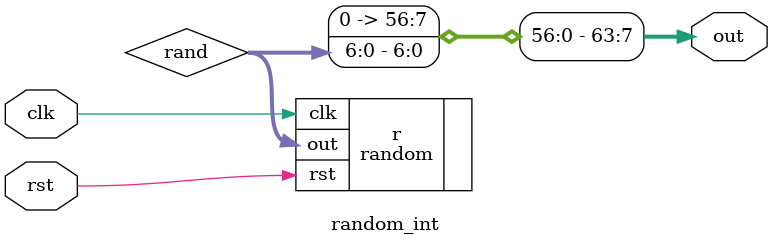
<source format=v>
parameter bit_size = 64;

// try to make the neural network as simple as possible
// using all parameter as integer
module neural_network(
    input clk,
    input rst,
    
    // Input for preduction
    input start, // Testing or Prediction
    input [31:0] input_layer, // One-Hot Encoded
    output done, 
    output [1:0] out, // Movement prediction
    
    // Initial & Update Weight Parameter
    input init_param, // First step - Start randomize weight    
    input [7:0] score, // To store the highest score for next mutation
    input mutation_param, // Start to select the best param
    output ready
    
    
);
    // The layer is 32 - 20 - 12 - 4
    reg [bit_size-1:0] w1 [31:0];
    reg [bit_size-1:0] b1 [31:0];
    
    reg [bit_size-1:0] h1 [19:0];
    
    reg [bit_size-1:0] w2 [19:0];
    reg [bit_size-1:0] b2 [19:0];
    
    reg [bit_size-1:0] h2 [11:0];
    
    reg [bit_size-1:0] w3 [11:0];
    reg [bit_size-1:0] b3 [11:0];
    
    reg [bit_size-1:0] h3 [3:0];
    
    reg [1:0] state;
    parameter wait_input = 2'b00;
    parameter initialize = 2'b01;
    parameter calculate = 2'b10;
    parameter finish = 2'b11;
    reg [7:0] i, j, k;
    
    reg [2:0] init_state;
    parameter wait_call = 3'b000;
    parameter first_init_param = 3'b001;
    parameter update_param = 3'b010;
    
    always@(posedge clk) begin
        if(rst) begin
            init_state <= wait_input;
        end
        else begin
            case(init_state)
                wait_call: begin
                    if(init_param)
                        init_state <= first_init_param;
                    else if(mutation_param)
                        init_state <= update_param;
                end
                first_init_param: begin
                    
                end
                update_param: begin
                
                end
            endcase
        end
        
    end
    
    always@(posedge clk) begin
        if(rst) begin
            state = wait_input;
        end
        else begin
            case(state)
                wait_input: begin
                    if(start == 1'b1) state = initialize;
                end
                initialize: begin
                    for(i=0; i<20; i=i+1) begin
                        h1[i] = 64'd0;
                    end
                    for(j=0; j<12; j=j+1) begin
                        h2[j] = 64'd0;
                    end
                    for(k=0; k<4; k=k+1) begin
                        h3[k] = 64'd0;
                    end
                    state = calculate;
                end
                calculate: begin
                    for(i=0; i<32; i=i+1) begin
                        for(j=0; j<20; j=j+1) begin
                        
                        end
                    end
                end
            endcase
        end
    end
endmodule

module random_gaussian_int(
    input clk,
    input rst,
    output [63:0] out
);
    wire [7:0] rand;
    
    gaussian_random r_norm(
        .clk(clk),
        .rst(rst),
        .out(rand)
    );
    
    assign out [63:7] = { // Shifting the distribution to have gaussian [-32 : 32]
        rand > 8'd16 ? 0 : 1, // 0 is positive, 1 is negative
        55'd0, 
        rand > 8'd16 ? rand - 8'd16 : rand
    }; 
endmodule

module random_int(
    input clk,
    input rst,
    output [63:0] out
);
    wire [7:0] rand;
    random r(
        .clk(clk),
        .rst(rst),
        .out(rand)
    );
    assign out [63:7] = {rand[7], 56'd0, rand[6:0]};
endmodule
</source>
